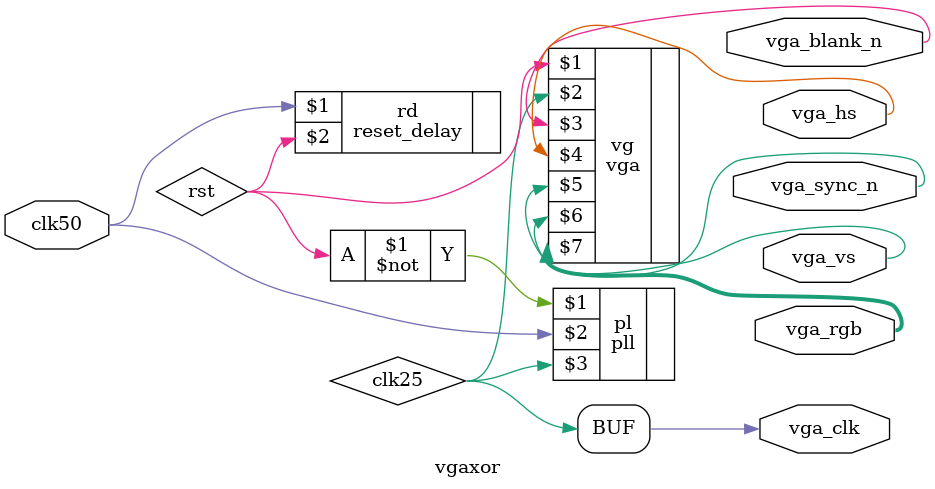
<source format=v>
module vgaxor
(
	input         clk50,
	output        vga_clk,
	output        vga_blank_n,
	output        vga_hs,
	output        vga_sync_n,
	output        vga_vs,
	output [23:0] vga_rgb
);
	wire rst, clk25;

	reset_delay rd(clk50, rst);

	pll pl(~rst, clk50, clk25);

	assign vga_clk = clk25;
	vga vg(rst, clk25, vga_blank_n, vga_hs, 
				vga_sync_n, vga_vs, vga_rgb);

endmodule
</source>
